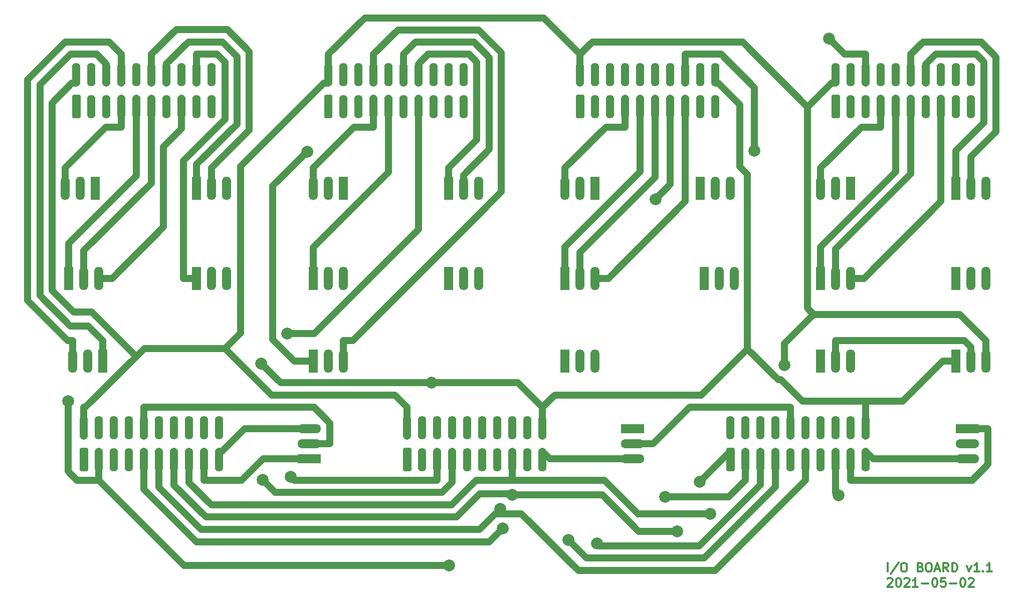
<source format=gbr>
%TF.GenerationSoftware,KiCad,Pcbnew,(5.1.9-0-10_14)*%
%TF.CreationDate,2021-05-08T08:44:35-07:00*%
%TF.ProjectId,io-board-milling,696f2d62-6f61-4726-942d-6d696c6c696e,rev?*%
%TF.SameCoordinates,PX3072580PY791ddc0*%
%TF.FileFunction,Copper,L1,Top*%
%TF.FilePolarity,Positive*%
%FSLAX46Y46*%
G04 Gerber Fmt 4.6, Leading zero omitted, Abs format (unit mm)*
G04 Created by KiCad (PCBNEW (5.1.9-0-10_14)) date 2021-05-08 08:44:35*
%MOMM*%
%LPD*%
G01*
G04 APERTURE LIST*
%TA.AperFunction,NonConductor*%
%ADD10C,0.300000*%
%TD*%
%TA.AperFunction,ComponentPad*%
%ADD11O,1.500000X4.000000*%
%TD*%
%TA.AperFunction,ComponentPad*%
%ADD12R,1.500000X4.000000*%
%TD*%
%TA.AperFunction,ComponentPad*%
%ADD13O,4.000000X1.500000*%
%TD*%
%TA.AperFunction,ComponentPad*%
%ADD14R,4.000000X1.500000*%
%TD*%
%TA.AperFunction,ComponentPad*%
%ADD15O,1.400000X4.000000*%
%TD*%
%TA.AperFunction,ViaPad*%
%ADD16C,2.000000*%
%TD*%
%TA.AperFunction,Conductor*%
%ADD17C,1.143000*%
%TD*%
G04 APERTURE END LIST*
D10*
X150412142Y7581429D02*
X150412142Y9081429D01*
X152197857Y9152858D02*
X150912142Y7224286D01*
X152983571Y9081429D02*
X153269285Y9081429D01*
X153412142Y9010000D01*
X153555000Y8867143D01*
X153626428Y8581429D01*
X153626428Y8081429D01*
X153555000Y7795715D01*
X153412142Y7652858D01*
X153269285Y7581429D01*
X152983571Y7581429D01*
X152840714Y7652858D01*
X152697857Y7795715D01*
X152626428Y8081429D01*
X152626428Y8581429D01*
X152697857Y8867143D01*
X152840714Y9010000D01*
X152983571Y9081429D01*
X155912142Y8367143D02*
X156126428Y8295715D01*
X156197857Y8224286D01*
X156269285Y8081429D01*
X156269285Y7867143D01*
X156197857Y7724286D01*
X156126428Y7652858D01*
X155983571Y7581429D01*
X155412142Y7581429D01*
X155412142Y9081429D01*
X155912142Y9081429D01*
X156055000Y9010000D01*
X156126428Y8938572D01*
X156197857Y8795715D01*
X156197857Y8652858D01*
X156126428Y8510000D01*
X156055000Y8438572D01*
X155912142Y8367143D01*
X155412142Y8367143D01*
X157197857Y9081429D02*
X157483571Y9081429D01*
X157626428Y9010000D01*
X157769285Y8867143D01*
X157840714Y8581429D01*
X157840714Y8081429D01*
X157769285Y7795715D01*
X157626428Y7652858D01*
X157483571Y7581429D01*
X157197857Y7581429D01*
X157055000Y7652858D01*
X156912142Y7795715D01*
X156840714Y8081429D01*
X156840714Y8581429D01*
X156912142Y8867143D01*
X157055000Y9010000D01*
X157197857Y9081429D01*
X158412142Y8010000D02*
X159126428Y8010000D01*
X158269285Y7581429D02*
X158769285Y9081429D01*
X159269285Y7581429D01*
X160626428Y7581429D02*
X160126428Y8295715D01*
X159769285Y7581429D02*
X159769285Y9081429D01*
X160340714Y9081429D01*
X160483571Y9010000D01*
X160555000Y8938572D01*
X160626428Y8795715D01*
X160626428Y8581429D01*
X160555000Y8438572D01*
X160483571Y8367143D01*
X160340714Y8295715D01*
X159769285Y8295715D01*
X161269285Y7581429D02*
X161269285Y9081429D01*
X161626428Y9081429D01*
X161840714Y9010000D01*
X161983571Y8867143D01*
X162055000Y8724286D01*
X162126428Y8438572D01*
X162126428Y8224286D01*
X162055000Y7938572D01*
X161983571Y7795715D01*
X161840714Y7652858D01*
X161626428Y7581429D01*
X161269285Y7581429D01*
X163769285Y8581429D02*
X164126428Y7581429D01*
X164483571Y8581429D01*
X165840714Y7581429D02*
X164983571Y7581429D01*
X165412142Y7581429D02*
X165412142Y9081429D01*
X165269285Y8867143D01*
X165126428Y8724286D01*
X164983571Y8652858D01*
X166483571Y7724286D02*
X166555000Y7652858D01*
X166483571Y7581429D01*
X166412142Y7652858D01*
X166483571Y7724286D01*
X166483571Y7581429D01*
X167983571Y7581429D02*
X167126428Y7581429D01*
X167555000Y7581429D02*
X167555000Y9081429D01*
X167412142Y8867143D01*
X167269285Y8724286D01*
X167126428Y8652858D01*
X150340714Y6388572D02*
X150412142Y6460000D01*
X150555000Y6531429D01*
X150912142Y6531429D01*
X151055000Y6460000D01*
X151126428Y6388572D01*
X151197857Y6245715D01*
X151197857Y6102858D01*
X151126428Y5888572D01*
X150269285Y5031429D01*
X151197857Y5031429D01*
X152126428Y6531429D02*
X152269285Y6531429D01*
X152412142Y6460000D01*
X152483571Y6388572D01*
X152555000Y6245715D01*
X152626428Y5960000D01*
X152626428Y5602858D01*
X152555000Y5317143D01*
X152483571Y5174286D01*
X152412142Y5102858D01*
X152269285Y5031429D01*
X152126428Y5031429D01*
X151983571Y5102858D01*
X151912142Y5174286D01*
X151840714Y5317143D01*
X151769285Y5602858D01*
X151769285Y5960000D01*
X151840714Y6245715D01*
X151912142Y6388572D01*
X151983571Y6460000D01*
X152126428Y6531429D01*
X153197857Y6388572D02*
X153269285Y6460000D01*
X153412142Y6531429D01*
X153769285Y6531429D01*
X153912142Y6460000D01*
X153983571Y6388572D01*
X154055000Y6245715D01*
X154055000Y6102858D01*
X153983571Y5888572D01*
X153126428Y5031429D01*
X154055000Y5031429D01*
X155483571Y5031429D02*
X154626428Y5031429D01*
X155055000Y5031429D02*
X155055000Y6531429D01*
X154912142Y6317143D01*
X154769285Y6174286D01*
X154626428Y6102858D01*
X156126428Y5602858D02*
X157269285Y5602858D01*
X158269285Y6531429D02*
X158412142Y6531429D01*
X158555000Y6460000D01*
X158626428Y6388572D01*
X158697857Y6245715D01*
X158769285Y5960000D01*
X158769285Y5602858D01*
X158697857Y5317143D01*
X158626428Y5174286D01*
X158555000Y5102858D01*
X158412142Y5031429D01*
X158269285Y5031429D01*
X158126428Y5102858D01*
X158055000Y5174286D01*
X157983571Y5317143D01*
X157912142Y5602858D01*
X157912142Y5960000D01*
X157983571Y6245715D01*
X158055000Y6388572D01*
X158126428Y6460000D01*
X158269285Y6531429D01*
X160126428Y6531429D02*
X159412142Y6531429D01*
X159340714Y5817143D01*
X159412142Y5888572D01*
X159555000Y5960000D01*
X159912142Y5960000D01*
X160055000Y5888572D01*
X160126428Y5817143D01*
X160197857Y5674286D01*
X160197857Y5317143D01*
X160126428Y5174286D01*
X160055000Y5102858D01*
X159912142Y5031429D01*
X159555000Y5031429D01*
X159412142Y5102858D01*
X159340714Y5174286D01*
X160840714Y5602858D02*
X161983571Y5602858D01*
X162983571Y6531429D02*
X163126428Y6531429D01*
X163269285Y6460000D01*
X163340714Y6388572D01*
X163412142Y6245715D01*
X163483571Y5960000D01*
X163483571Y5602858D01*
X163412142Y5317143D01*
X163340714Y5174286D01*
X163269285Y5102858D01*
X163126428Y5031429D01*
X162983571Y5031429D01*
X162840714Y5102858D01*
X162769285Y5174286D01*
X162697857Y5317143D01*
X162626428Y5602858D01*
X162626428Y5960000D01*
X162697857Y6245715D01*
X162769285Y6388572D01*
X162840714Y6460000D01*
X162983571Y6531429D01*
X164055000Y6388572D02*
X164126428Y6460000D01*
X164269285Y6531429D01*
X164626428Y6531429D01*
X164769285Y6460000D01*
X164840714Y6388572D01*
X164912142Y6245715D01*
X164912142Y6102858D01*
X164840714Y5888572D01*
X163983571Y5031429D01*
X164912142Y5031429D01*
D11*
%TO.P,J19,3*%
%TO.N,/CH_C_R_IN*%
X100965000Y43180000D03*
%TO.P,J19,2*%
%TO.N,GND*%
X98425000Y43180000D03*
D12*
%TO.P,J19,1*%
%TO.N,/CH_C_L_IN*%
X95885000Y43180000D03*
%TD*%
D13*
%TO.P,J17,3*%
%TO.N,/BUS_B_R_OUT*%
X163830000Y26670000D03*
%TO.P,J17,2*%
%TO.N,GND*%
X163830000Y29210000D03*
D14*
%TO.P,J17,1*%
%TO.N,/BUS_B_L_OUT*%
X163830000Y31750000D03*
%TD*%
D15*
%TO.P,J18,20*%
%TO.N,/-_15V*%
X146685000Y31880000D03*
%TO.P,J18,18*%
%TO.N,Net-(J18-Pad18)*%
X144145000Y31880000D03*
%TO.P,J18,16*%
%TO.N,Net-(J18-Pad16)*%
X141605000Y31880000D03*
%TO.P,J18,14*%
%TO.N,Net-(J18-Pad14)*%
X139065000Y31880000D03*
%TO.P,J18,12*%
%TO.N,Net-(J18-Pad12)*%
X136525000Y31880000D03*
%TO.P,J18,10*%
%TO.N,GND*%
X133985000Y31880000D03*
%TO.P,J18,8*%
%TO.N,Net-(J18-Pad8)*%
X131445000Y31880000D03*
%TO.P,J18,6*%
%TO.N,Net-(J18-Pad6)*%
X128905000Y31880000D03*
%TO.P,J18,4*%
%TO.N,Net-(J18-Pad4)*%
X126365000Y31880000D03*
%TO.P,J18,2*%
%TO.N,/+_15V*%
X123825000Y31880000D03*
%TO.P,J18,19*%
%TO.N,/BUS_B_R_OUT*%
X146685000Y26540000D03*
%TO.P,J18,17*%
%TO.N,/BUS_B_L_OUT*%
X144145000Y26540000D03*
%TO.P,J18,15*%
%TO.N,/CH_D_R_OUT*%
X141605000Y26540000D03*
%TO.P,J18,13*%
%TO.N,/CH_D_L_OUT*%
X139065000Y26540000D03*
%TO.P,J18,11*%
%TO.N,/CH_C_R_OUT*%
X136525000Y26540000D03*
%TO.P,J18,9*%
%TO.N,/CH_C_L_OUT*%
X133985000Y26540000D03*
%TO.P,J18,7*%
%TO.N,/CH_B_R_OUT*%
X131445000Y26540000D03*
%TO.P,J18,5*%
%TO.N,/CH_B_L_OUT*%
X128905000Y26540000D03*
%TO.P,J18,3*%
%TO.N,/CH_A_R_OUT*%
X126365000Y26540000D03*
%TO.P,J18,1*%
%TO.N,/CH_A_L_OUT*%
%TA.AperFunction,ComponentPad*%
G36*
G01*
X124319200Y24540000D02*
X123330800Y24540000D01*
G75*
G02*
X123125000Y24745800I0J205800D01*
G01*
X123125000Y28334200D01*
G75*
G02*
X123330800Y28540000I205800J0D01*
G01*
X124319200Y28540000D01*
G75*
G02*
X124525000Y28334200I0J-205800D01*
G01*
X124525000Y24745800D01*
G75*
G02*
X124319200Y24540000I-205800J0D01*
G01*
G37*
%TD.AperFunction*%
%TD*%
D11*
%TO.P,J15,3*%
%TO.N,/CH_B_R_LEVEL_TERM_B*%
X58420000Y57150000D03*
%TO.P,J15,2*%
%TO.N,/CH_B_R_LEVEL_WIPER*%
X55880000Y57150000D03*
D12*
%TO.P,J15,1*%
%TO.N,/CH_B_R_LEVEL_TERM_A*%
X53340000Y57150000D03*
%TD*%
D11*
%TO.P,J13,3*%
%TO.N,Net-(J13-Pad3)*%
X81280000Y57150000D03*
%TO.P,J13,2*%
%TO.N,/CH_B_R_GAIN_WIPER*%
X78740000Y57150000D03*
D12*
%TO.P,J13,1*%
%TO.N,/CH_B_R_GAIN_TERM_A*%
X76200000Y57150000D03*
%TD*%
D11*
%TO.P,J14,3*%
%TO.N,/CH_B_LEVEL_TERM_B*%
X53340000Y72390000D03*
%TO.P,J14,2*%
%TO.N,/CH_B_L_LEVEL_WIPER*%
X55880000Y72390000D03*
D12*
%TO.P,J14,1*%
%TO.N,/CH_B_L_LEVEL_TERM_A*%
X58420000Y72390000D03*
%TD*%
D11*
%TO.P,J12,3*%
%TO.N,Net-(J12-Pad3)*%
X81280000Y72390000D03*
%TO.P,J12,2*%
%TO.N,/CH_B_L_GAIN_WIPER*%
X78740000Y72390000D03*
D12*
%TO.P,J12,1*%
%TO.N,/CH_B_L_GAIN_TERM_A*%
X76200000Y72390000D03*
%TD*%
D11*
%TO.P,J11,3*%
%TO.N,/CH_B_R_IN*%
X58420000Y43180000D03*
%TO.P,J11,2*%
%TO.N,GND*%
X55880000Y43180000D03*
D12*
%TO.P,J11,1*%
%TO.N,/CH_B_L_IN*%
X53340000Y43180000D03*
%TD*%
D13*
%TO.P,J9,3*%
%TO.N,/BUS_A_R_OUT*%
X107315000Y26670000D03*
%TO.P,J9,2*%
%TO.N,GND*%
X107315000Y29210000D03*
D14*
%TO.P,J9,1*%
%TO.N,/BUS_A_L_OUT*%
X107315000Y31750000D03*
%TD*%
D15*
%TO.P,J10,20*%
%TO.N,/-_15V*%
X92075000Y31880000D03*
%TO.P,J10,18*%
%TO.N,Net-(J10-Pad18)*%
X89535000Y31880000D03*
%TO.P,J10,16*%
%TO.N,Net-(J10-Pad16)*%
X86995000Y31880000D03*
%TO.P,J10,14*%
%TO.N,Net-(J10-Pad14)*%
X84455000Y31880000D03*
%TO.P,J10,12*%
%TO.N,Net-(J10-Pad12)*%
X81915000Y31880000D03*
%TO.P,J10,10*%
%TO.N,GND*%
X79375000Y31880000D03*
%TO.P,J10,8*%
%TO.N,Net-(J10-Pad8)*%
X76835000Y31880000D03*
%TO.P,J10,6*%
%TO.N,Net-(J10-Pad6)*%
X74295000Y31880000D03*
%TO.P,J10,4*%
%TO.N,Net-(J10-Pad4)*%
X71755000Y31880000D03*
%TO.P,J10,2*%
%TO.N,/+_15V*%
X69215000Y31880000D03*
%TO.P,J10,19*%
%TO.N,/BUS_A_R_OUT*%
X92075000Y26540000D03*
%TO.P,J10,17*%
%TO.N,/BUS_A_L_OUT*%
X89535000Y26540000D03*
%TO.P,J10,15*%
%TO.N,/CH_D_R_OUT*%
X86995000Y26540000D03*
%TO.P,J10,13*%
%TO.N,/CH_D_L_OUT*%
X84455000Y26540000D03*
%TO.P,J10,11*%
%TO.N,/CH_C_R_OUT*%
X81915000Y26540000D03*
%TO.P,J10,9*%
%TO.N,/CH_C_L_OUT*%
X79375000Y26540000D03*
%TO.P,J10,7*%
%TO.N,/CH_B_R_OUT*%
X76835000Y26540000D03*
%TO.P,J10,5*%
%TO.N,/CH_B_L_OUT*%
X74295000Y26540000D03*
%TO.P,J10,3*%
%TO.N,/CH_A_R_OUT*%
X71755000Y26540000D03*
%TO.P,J10,1*%
%TO.N,/CH_A_L_OUT*%
%TA.AperFunction,ComponentPad*%
G36*
G01*
X69709200Y24540000D02*
X68720800Y24540000D01*
G75*
G02*
X68515000Y24745800I0J205800D01*
G01*
X68515000Y28334200D01*
G75*
G02*
X68720800Y28540000I205800J0D01*
G01*
X69709200Y28540000D01*
G75*
G02*
X69915000Y28334200I0J-205800D01*
G01*
X69915000Y24745800D01*
G75*
G02*
X69709200Y24540000I-205800J0D01*
G01*
G37*
%TD.AperFunction*%
%TD*%
D11*
%TO.P,J7,3*%
%TO.N,/CH_A_R_LEVEL_TERM_B*%
X17145000Y57150000D03*
%TO.P,J7,2*%
%TO.N,/CH_A_R_LEVEL_WIPER*%
X14605000Y57150000D03*
D12*
%TO.P,J7,1*%
%TO.N,/CH_A_R_LEVEL_TERM_A*%
X12065000Y57150000D03*
%TD*%
D11*
%TO.P,J6,3*%
%TO.N,/CH_A_LEVEL_TERM_B*%
X11430000Y72390000D03*
%TO.P,J6,2*%
%TO.N,/CH_A_L_LEVEL_WIPER*%
X13970000Y72390000D03*
D12*
%TO.P,J6,1*%
%TO.N,/CH_A_L_LEVEL_TERM_A*%
X16510000Y72390000D03*
%TD*%
D11*
%TO.P,J5,3*%
%TO.N,Net-(J5-Pad3)*%
X38735000Y57150000D03*
%TO.P,J5,2*%
%TO.N,/CH_A_R_GAIN_WIPER*%
X36195000Y57150000D03*
D12*
%TO.P,J5,1*%
%TO.N,/CH_A_R_GAIN_TERM_A*%
X33655000Y57150000D03*
%TD*%
D11*
%TO.P,J4,3*%
%TO.N,Net-(J4-Pad3)*%
X38735000Y72390000D03*
%TO.P,J4,2*%
%TO.N,/CH_A_L_GAIN_WIPER*%
X36195000Y72390000D03*
D12*
%TO.P,J4,1*%
%TO.N,/CH_A_L_GAIN_TERM_A*%
X33655000Y72390000D03*
%TD*%
D11*
%TO.P,J3,3*%
%TO.N,/CH_A_R_IN*%
X12700000Y43180000D03*
%TO.P,J3,2*%
%TO.N,GND*%
X15240000Y43180000D03*
D12*
%TO.P,J3,1*%
%TO.N,/CH_A_L_IN*%
X17780000Y43180000D03*
%TD*%
D15*
%TO.P,J2,20*%
%TO.N,/-_15V*%
X37465000Y31880000D03*
%TO.P,J2,18*%
%TO.N,Net-(J2-Pad18)*%
X34925000Y31880000D03*
%TO.P,J2,16*%
%TO.N,Net-(J2-Pad16)*%
X32385000Y31880000D03*
%TO.P,J2,14*%
%TO.N,Net-(J2-Pad14)*%
X29845000Y31880000D03*
%TO.P,J2,12*%
%TO.N,Net-(J2-Pad12)*%
X27305000Y31880000D03*
%TO.P,J2,10*%
%TO.N,GND*%
X24765000Y31880000D03*
%TO.P,J2,8*%
%TO.N,Net-(J2-Pad8)*%
X22225000Y31880000D03*
%TO.P,J2,6*%
%TO.N,Net-(J2-Pad6)*%
X19685000Y31880000D03*
%TO.P,J2,4*%
%TO.N,Net-(J2-Pad4)*%
X17145000Y31880000D03*
%TO.P,J2,2*%
%TO.N,/+_15V*%
X14605000Y31880000D03*
%TO.P,J2,19*%
%TO.N,/ST_R_OUT*%
X37465000Y26540000D03*
%TO.P,J2,17*%
%TO.N,/ST_L_OUT*%
X34925000Y26540000D03*
%TO.P,J2,15*%
%TO.N,/CH_D_R_OUT*%
X32385000Y26540000D03*
%TO.P,J2,13*%
%TO.N,/CH_D_L_OUT*%
X29845000Y26540000D03*
%TO.P,J2,11*%
%TO.N,/CH_C_R_OUT*%
X27305000Y26540000D03*
%TO.P,J2,9*%
%TO.N,/CH_C_L_OUT*%
X24765000Y26540000D03*
%TO.P,J2,7*%
%TO.N,/CH_B_R_OUT*%
X22225000Y26540000D03*
%TO.P,J2,5*%
%TO.N,/CH_B_L_OUT*%
X19685000Y26540000D03*
%TO.P,J2,3*%
%TO.N,/CH_A_R_OUT*%
X17145000Y26540000D03*
%TO.P,J2,1*%
%TO.N,/CH_A_L_OUT*%
%TA.AperFunction,ComponentPad*%
G36*
G01*
X15099200Y24540000D02*
X14110800Y24540000D01*
G75*
G02*
X13905000Y24745800I0J205800D01*
G01*
X13905000Y28334200D01*
G75*
G02*
X14110800Y28540000I205800J0D01*
G01*
X15099200Y28540000D01*
G75*
G02*
X15305000Y28334200I0J-205800D01*
G01*
X15305000Y24745800D01*
G75*
G02*
X15099200Y24540000I-205800J0D01*
G01*
G37*
%TD.AperFunction*%
%TD*%
%TO.P,J16,20*%
%TO.N,/-_15V*%
X78740000Y91570000D03*
%TO.P,J16,18*%
%TO.N,/CH_B_R_GAIN_TERM_A*%
X76200000Y91570000D03*
%TO.P,J16,16*%
%TO.N,/CH_B_R_GAIN_WIPER*%
X73660000Y91570000D03*
%TO.P,J16,14*%
%TO.N,/CH_B_L_GAIN_TERM_A*%
X71120000Y91570000D03*
%TO.P,J16,12*%
%TO.N,/CH_B_L_GAIN_WIPER*%
X68580000Y91570000D03*
%TO.P,J16,10*%
%TO.N,GND*%
X66040000Y91570000D03*
%TO.P,J16,8*%
%TO.N,/CH_B_R_IN*%
X63500000Y91570000D03*
%TO.P,J16,6*%
%TO.N,/CH_B_L_IN*%
X60960000Y91570000D03*
%TO.P,J16,4*%
%TO.N,Net-(J16-Pad4)*%
X58420000Y91570000D03*
%TO.P,J16,2*%
%TO.N,/+_15V*%
X55880000Y91570000D03*
%TO.P,J16,19*%
%TO.N,Net-(J16-Pad19)*%
X78740000Y86230000D03*
%TO.P,J16,17*%
%TO.N,Net-(J16-Pad17)*%
X76200000Y86230000D03*
%TO.P,J16,15*%
%TO.N,/CH_B_R_LEVEL_TERM_B*%
X73660000Y86230000D03*
%TO.P,J16,13*%
%TO.N,/CH_B_R_OUT*%
X71120000Y86230000D03*
%TO.P,J16,11*%
%TO.N,/CH_B_R_LEVEL_WIPER*%
X68580000Y86230000D03*
%TO.P,J16,9*%
%TO.N,/CH_B_R_LEVEL_TERM_A*%
X66040000Y86230000D03*
%TO.P,J16,7*%
%TO.N,/CH_B_LEVEL_TERM_B*%
X63500000Y86230000D03*
%TO.P,J16,5*%
%TO.N,/CH_B_L_OUT*%
X60960000Y86230000D03*
%TO.P,J16,3*%
%TO.N,/CH_B_L_LEVEL_WIPER*%
X58420000Y86230000D03*
%TO.P,J16,1*%
%TO.N,/CH_B_L_LEVEL_TERM_A*%
%TA.AperFunction,ComponentPad*%
G36*
G01*
X56374200Y84230000D02*
X55385800Y84230000D01*
G75*
G02*
X55180000Y84435800I0J205800D01*
G01*
X55180000Y88024200D01*
G75*
G02*
X55385800Y88230000I205800J0D01*
G01*
X56374200Y88230000D01*
G75*
G02*
X56580000Y88024200I0J-205800D01*
G01*
X56580000Y84435800D01*
G75*
G02*
X56374200Y84230000I-205800J0D01*
G01*
G37*
%TD.AperFunction*%
%TD*%
%TO.P,Jr,20*%
%TO.N,/-_15V*%
X36195000Y91570000D03*
%TO.P,Jr,18*%
%TO.N,/CH_A_R_GAIN_TERM_A*%
X33655000Y91570000D03*
%TO.P,Jr,16*%
%TO.N,/CH_A_R_GAIN_WIPER*%
X31115000Y91570000D03*
%TO.P,Jr,14*%
%TO.N,/CH_A_L_GAIN_TERM_A*%
X28575000Y91570000D03*
%TO.P,Jr,12*%
%TO.N,/CH_A_L_GAIN_WIPER*%
X26035000Y91570000D03*
%TO.P,Jr,10*%
%TO.N,GND*%
X23495000Y91570000D03*
%TO.P,Jr,8*%
%TO.N,/CH_A_R_IN*%
X20955000Y91570000D03*
%TO.P,Jr,6*%
%TO.N,/CH_A_L_IN*%
X18415000Y91570000D03*
%TO.P,Jr,4*%
%TO.N,Net-(J8-Pad4)*%
X15875000Y91570000D03*
%TO.P,Jr,2*%
%TO.N,/+_15V*%
X13335000Y91570000D03*
%TO.P,Jr,19*%
%TO.N,Net-(J8-Pad19)*%
X36195000Y86230000D03*
%TO.P,Jr,17*%
%TO.N,Net-(J8-Pad17)*%
X33655000Y86230000D03*
%TO.P,Jr,15*%
%TO.N,/CH_A_R_LEVEL_TERM_B*%
X31115000Y86230000D03*
%TO.P,Jr,13*%
%TO.N,/CH_A_R_OUT*%
X28575000Y86230000D03*
%TO.P,Jr,11*%
%TO.N,/CH_A_R_LEVEL_WIPER*%
X26035000Y86230000D03*
%TO.P,Jr,9*%
%TO.N,/CH_A_R_LEVEL_TERM_A*%
X23495000Y86230000D03*
%TO.P,Jr,7*%
%TO.N,/CH_A_LEVEL_TERM_B*%
X20955000Y86230000D03*
%TO.P,Jr,5*%
%TO.N,/CH_A_L_OUT*%
X18415000Y86230000D03*
%TO.P,Jr,3*%
%TO.N,/CH_A_L_LEVEL_WIPER*%
X15875000Y86230000D03*
%TO.P,Jr,1*%
%TO.N,/CH_A_L_LEVEL_TERM_A*%
%TA.AperFunction,ComponentPad*%
G36*
G01*
X13829200Y84230000D02*
X12840800Y84230000D01*
G75*
G02*
X12635000Y84435800I0J205800D01*
G01*
X12635000Y88024200D01*
G75*
G02*
X12840800Y88230000I205800J0D01*
G01*
X13829200Y88230000D01*
G75*
G02*
X14035000Y88024200I0J-205800D01*
G01*
X14035000Y84435800D01*
G75*
G02*
X13829200Y84230000I-205800J0D01*
G01*
G37*
%TD.AperFunction*%
%TD*%
D13*
%TO.P,J1,3*%
%TO.N,/ST_R_OUT*%
X52705000Y31750000D03*
%TO.P,J1,2*%
%TO.N,GND*%
X52705000Y29210000D03*
D14*
%TO.P,J1,1*%
%TO.N,/ST_L_OUT*%
X52705000Y26670000D03*
%TD*%
D11*
%TO.P,J20,3*%
%TO.N,Net-(J20-Pad3)*%
X123825000Y72390000D03*
%TO.P,J20,2*%
%TO.N,/CH_C_L_GAIN_WIPER*%
X121285000Y72390000D03*
D12*
%TO.P,J20,1*%
%TO.N,/CH_C_L_GAIN_TERM_A*%
X118745000Y72390000D03*
%TD*%
D11*
%TO.P,J21,3*%
%TO.N,Net-(J21-Pad3)*%
X124460000Y57150000D03*
%TO.P,J21,2*%
%TO.N,/CH_C_R_GAIN_WIPER*%
X121920000Y57150000D03*
D12*
%TO.P,J21,1*%
%TO.N,/CH_C_R_GAIN_TERM_A*%
X119380000Y57150000D03*
%TD*%
D11*
%TO.P,J22,3*%
%TO.N,/CH_C_LEVEL_TERM_B*%
X95885000Y72390000D03*
%TO.P,J22,2*%
%TO.N,/CH_C_L_LEVEL_WIPER*%
X98425000Y72390000D03*
D12*
%TO.P,J22,1*%
%TO.N,/CH_C_L_LEVEL_TERM_A*%
X100965000Y72390000D03*
%TD*%
D11*
%TO.P,J23,3*%
%TO.N,/CH_C_R_LEVEL_TERM_B*%
X100965000Y57150000D03*
%TO.P,J23,2*%
%TO.N,/CH_C_R_LEVEL_WIPER*%
X98425000Y57150000D03*
D12*
%TO.P,J23,1*%
%TO.N,/CH_C_R_LEVEL_TERM_A*%
X95885000Y57150000D03*
%TD*%
D15*
%TO.P,J24,20*%
%TO.N,/-_15V*%
X121285000Y91570000D03*
%TO.P,J24,18*%
%TO.N,/CH_C_R_GAIN_TERM_A*%
X118745000Y91570000D03*
%TO.P,J24,16*%
%TO.N,/CH_C_R_GAIN_WIPER*%
X116205000Y91570000D03*
%TO.P,J24,14*%
%TO.N,/CH_C_L_GAIN_TERM_A*%
X113665000Y91570000D03*
%TO.P,J24,12*%
%TO.N,/CH_C_L_GAIN_WIPER*%
X111125000Y91570000D03*
%TO.P,J24,10*%
%TO.N,GND*%
X108585000Y91570000D03*
%TO.P,J24,8*%
%TO.N,/CH_C_R_IN*%
X106045000Y91570000D03*
%TO.P,J24,6*%
%TO.N,/CH_C_L_IN*%
X103505000Y91570000D03*
%TO.P,J24,4*%
%TO.N,Net-(J24-Pad4)*%
X100965000Y91570000D03*
%TO.P,J24,2*%
%TO.N,/+_15V*%
X98425000Y91570000D03*
%TO.P,J24,19*%
%TO.N,Net-(J24-Pad19)*%
X121285000Y86230000D03*
%TO.P,J24,17*%
%TO.N,Net-(J24-Pad17)*%
X118745000Y86230000D03*
%TO.P,J24,15*%
%TO.N,/CH_C_R_LEVEL_TERM_B*%
X116205000Y86230000D03*
%TO.P,J24,13*%
%TO.N,/CH_C_R_OUT*%
X113665000Y86230000D03*
%TO.P,J24,11*%
%TO.N,/CH_C_R_LEVEL_WIPER*%
X111125000Y86230000D03*
%TO.P,J24,9*%
%TO.N,/CH_C_R_LEVEL_TERM_A*%
X108585000Y86230000D03*
%TO.P,J24,7*%
%TO.N,/CH_C_LEVEL_TERM_B*%
X106045000Y86230000D03*
%TO.P,J24,5*%
%TO.N,/CH_C_L_OUT*%
X103505000Y86230000D03*
%TO.P,J24,3*%
%TO.N,/CH_C_L_LEVEL_WIPER*%
X100965000Y86230000D03*
%TO.P,J24,1*%
%TO.N,/CH_C_L_LEVEL_TERM_A*%
%TA.AperFunction,ComponentPad*%
G36*
G01*
X98919200Y84230000D02*
X97930800Y84230000D01*
G75*
G02*
X97725000Y84435800I0J205800D01*
G01*
X97725000Y88024200D01*
G75*
G02*
X97930800Y88230000I205800J0D01*
G01*
X98919200Y88230000D01*
G75*
G02*
X99125000Y88024200I0J-205800D01*
G01*
X99125000Y84435800D01*
G75*
G02*
X98919200Y84230000I-205800J0D01*
G01*
G37*
%TD.AperFunction*%
%TD*%
D11*
%TO.P,J25,3*%
%TO.N,/CH_D_R_IN*%
X144145000Y43180000D03*
%TO.P,J25,2*%
%TO.N,GND*%
X141605000Y43180000D03*
D12*
%TO.P,J25,1*%
%TO.N,/CH_D_L_IN*%
X139065000Y43180000D03*
%TD*%
D11*
%TO.P,J26,3*%
%TO.N,Net-(J26-Pad3)*%
X167005000Y72390000D03*
%TO.P,J26,2*%
%TO.N,/CH_D_L_GAIN_WIPER*%
X164465000Y72390000D03*
D12*
%TO.P,J26,1*%
%TO.N,/CH_D_L_GAIN_TERM_A*%
X161925000Y72390000D03*
%TD*%
D11*
%TO.P,J27,3*%
%TO.N,Net-(J27-Pad3)*%
X167005000Y57150000D03*
%TO.P,J27,2*%
%TO.N,/CH_D_R_GAIN_WIPER*%
X164465000Y57150000D03*
D12*
%TO.P,J27,1*%
%TO.N,/CH_D_R_GAIN_TERM_A*%
X161925000Y57150000D03*
%TD*%
D11*
%TO.P,J28,3*%
%TO.N,/CH_D_LEVEL_TERM_B*%
X139065000Y72390000D03*
%TO.P,J28,2*%
%TO.N,/CH_D_L_LEVEL_WIPER*%
X141605000Y72390000D03*
D12*
%TO.P,J28,1*%
%TO.N,/CH_D_L_LEVEL_TERM_A*%
X144145000Y72390000D03*
%TD*%
D11*
%TO.P,J29,3*%
%TO.N,/CH_D_R_LEVEL_TERM_B*%
X144145000Y57150000D03*
%TO.P,J29,2*%
%TO.N,/CH_D_R_LEVEL_WIPER*%
X141605000Y57150000D03*
D12*
%TO.P,J29,1*%
%TO.N,/CH_D_R_LEVEL_TERM_A*%
X139065000Y57150000D03*
%TD*%
D15*
%TO.P,J30,20*%
%TO.N,/-_15V*%
X164465000Y91570000D03*
%TO.P,J30,18*%
%TO.N,/CH_D_R_GAIN_TERM_A*%
X161925000Y91570000D03*
%TO.P,J30,16*%
%TO.N,/CH_D_R_GAIN_WIPER*%
X159385000Y91570000D03*
%TO.P,J30,14*%
%TO.N,/CH_D_L_GAIN_TERM_A*%
X156845000Y91570000D03*
%TO.P,J30,12*%
%TO.N,/CH_D_L_GAIN_WIPER*%
X154305000Y91570000D03*
%TO.P,J30,10*%
%TO.N,GND*%
X151765000Y91570000D03*
%TO.P,J30,8*%
%TO.N,/CH_D_R_IN*%
X149225000Y91570000D03*
%TO.P,J30,6*%
%TO.N,/CH_D_L_IN*%
X146685000Y91570000D03*
%TO.P,J30,4*%
%TO.N,Net-(J30-Pad4)*%
X144145000Y91570000D03*
%TO.P,J30,2*%
%TO.N,/+_15V*%
X141605000Y91570000D03*
%TO.P,J30,19*%
%TO.N,Net-(J30-Pad19)*%
X164465000Y86230000D03*
%TO.P,J30,17*%
%TO.N,Net-(J30-Pad17)*%
X161925000Y86230000D03*
%TO.P,J30,15*%
%TO.N,/CH_D_R_LEVEL_TERM_B*%
X159385000Y86230000D03*
%TO.P,J30,13*%
%TO.N,/CH_D_R_OUT*%
X156845000Y86230000D03*
%TO.P,J30,11*%
%TO.N,/CH_D_R_LEVEL_WIPER*%
X154305000Y86230000D03*
%TO.P,J30,9*%
%TO.N,/CH_D_R_LEVEL_TERM_A*%
X151765000Y86230000D03*
%TO.P,J30,7*%
%TO.N,/CH_D_LEVEL_TERM_B*%
X149225000Y86230000D03*
%TO.P,J30,5*%
%TO.N,/CH_D_L_OUT*%
X146685000Y86230000D03*
%TO.P,J30,3*%
%TO.N,/CH_D_L_LEVEL_WIPER*%
X144145000Y86230000D03*
%TO.P,J30,1*%
%TO.N,/CH_D_L_LEVEL_TERM_A*%
%TA.AperFunction,ComponentPad*%
G36*
G01*
X142099200Y84230000D02*
X141110800Y84230000D01*
G75*
G02*
X140905000Y84435800I0J205800D01*
G01*
X140905000Y88024200D01*
G75*
G02*
X141110800Y88230000I205800J0D01*
G01*
X142099200Y88230000D01*
G75*
G02*
X142305000Y88024200I0J-205800D01*
G01*
X142305000Y84435800D01*
G75*
G02*
X142099200Y84230000I-205800J0D01*
G01*
G37*
%TD.AperFunction*%
%TD*%
D11*
%TO.P,J31,3*%
%TO.N,/+_15V*%
X167005000Y43180000D03*
%TO.P,J31,2*%
%TO.N,GND*%
X164465000Y43180000D03*
D12*
%TO.P,J31,1*%
%TO.N,/-_15V*%
X161925000Y43180000D03*
%TD*%
D16*
%TO.N,/CH_A_L_OUT*%
X118663200Y22778200D03*
%TO.N,/CH_B_L_OUT*%
X49574700Y23620000D03*
X101296800Y12374200D03*
%TO.N,/CH_C_L_OUT*%
X85312100Y14895300D03*
%TO.N,/CH_D_L_OUT*%
X114810300Y14435900D03*
X86980200Y20543200D03*
%TO.N,/-_15V*%
X44553700Y42772800D03*
X73297300Y39503300D03*
%TO.N,/CH_A_R_OUT*%
X11911200Y36413000D03*
X112745800Y20201600D03*
X76309600Y8640000D03*
%TO.N,/CH_B_R_OUT*%
X48977200Y47837100D03*
X44765000Y23082700D03*
X96443300Y12936900D03*
%TO.N,/CH_C_R_OUT*%
X84895900Y18239000D03*
X111172500Y70536200D03*
%TO.N,/CH_D_R_OUT*%
X120428300Y17385200D03*
X142032200Y20481100D03*
%TO.N,/+_15V*%
X132912900Y42514200D03*
%TO.N,/CH_B_L_IN*%
X52316100Y78607100D03*
%TO.N,/CH_C_R_GAIN_WIPER*%
X127880100Y78705400D03*
%TO.N,/CH_D_L_IN*%
X140445900Y97671500D03*
%TD*%
D17*
%TO.N,/ST_L_OUT*%
X49233400Y26670000D02*
X44857000Y26670000D01*
X44857000Y26670000D02*
X41255400Y23068400D01*
X41255400Y23068400D02*
X34925000Y23068400D01*
X52705000Y26670000D02*
X49233400Y26670000D01*
X34925000Y27940000D02*
X34925000Y23068400D01*
%TO.N,GND*%
X24765000Y35351600D02*
X53506300Y35351600D01*
X53506300Y35351600D02*
X56176600Y32681300D01*
X56176600Y32681300D02*
X56176600Y29210000D01*
X24765000Y30480000D02*
X24765000Y35351600D01*
X52705000Y29210000D02*
X56176600Y29210000D01*
X141605000Y43180000D02*
X141605000Y46651600D01*
X141605000Y46651600D02*
X163335000Y46651600D01*
X163335000Y46651600D02*
X164465000Y45521600D01*
X164465000Y45521600D02*
X164465000Y43180000D01*
X133985000Y30480000D02*
X133985000Y35351600D01*
X107315000Y29210000D02*
X110786600Y29210000D01*
X110786600Y29210000D02*
X116928200Y35351600D01*
X116928200Y35351600D02*
X133985000Y35351600D01*
%TO.N,/ST_R_OUT*%
X37465000Y27940000D02*
X37950000Y27940000D01*
X37950000Y27940000D02*
X41760000Y31750000D01*
X41760000Y31750000D02*
X52705000Y31750000D01*
%TO.N,/CH_A_L_OUT*%
X123825000Y27940000D02*
X118663200Y22778200D01*
%TO.N,/CH_B_L_OUT*%
X101296800Y12374200D02*
X101706700Y11964300D01*
X101706700Y11964300D02*
X118576500Y11964300D01*
X118576500Y11964300D02*
X128905000Y22292800D01*
X128905000Y22292800D02*
X128905000Y27940000D01*
X74295000Y27940000D02*
X74295000Y23068400D01*
X49574700Y23620000D02*
X50168100Y23026600D01*
X50168100Y23026600D02*
X74253200Y23026600D01*
X74253200Y23026600D02*
X74295000Y23068400D01*
%TO.N,/CH_C_L_OUT*%
X24765000Y27940000D02*
X24765000Y21477500D01*
X24765000Y21477500D02*
X33586700Y12655800D01*
X33586700Y12655800D02*
X83072600Y12655800D01*
X83072600Y12655800D02*
X85312100Y14895300D01*
%TO.N,/CH_D_L_OUT*%
X114810300Y14435900D02*
X108283200Y14435900D01*
X108283200Y14435900D02*
X102175900Y20543200D01*
X102175900Y20543200D02*
X86980200Y20543200D01*
X29845000Y27940000D02*
X29845000Y22220200D01*
X29845000Y22220200D02*
X35241000Y16824200D01*
X35241000Y16824200D02*
X77539600Y16824200D01*
X77539600Y16824200D02*
X81426000Y20710600D01*
X81426000Y20710600D02*
X86812800Y20710600D01*
X86812800Y20710600D02*
X86980200Y20543200D01*
%TO.N,/-_15V*%
X73297300Y39503300D02*
X87923300Y39503300D01*
X87923300Y39503300D02*
X92075000Y35351600D01*
X44553700Y42772800D02*
X47823200Y39503300D01*
X47823200Y39503300D02*
X73297300Y39503300D01*
X126681700Y45250100D02*
X131889200Y40042600D01*
X131889200Y40042600D02*
X132315300Y40042600D01*
X132315300Y40042600D02*
X135972500Y36385400D01*
X135972500Y36385400D02*
X146685000Y36385400D01*
X121285000Y90170000D02*
X121734100Y90170000D01*
X121734100Y90170000D02*
X125408500Y86495600D01*
X125408500Y86495600D02*
X125408500Y76040700D01*
X125408500Y76040700D02*
X126681700Y74767500D01*
X126681700Y74767500D02*
X126681700Y45250100D01*
X126681700Y45250100D02*
X118891500Y37459900D01*
X118891500Y37459900D02*
X94183300Y37459900D01*
X94183300Y37459900D02*
X92075000Y35351600D01*
X92075000Y30480000D02*
X92075000Y35351600D01*
X161925000Y43180000D02*
X159703400Y43180000D01*
X146685000Y36385400D02*
X152908800Y36385400D01*
X152908800Y36385400D02*
X159703400Y43180000D01*
X146685000Y36385400D02*
X146685000Y35351600D01*
X146685000Y30480000D02*
X146685000Y35351600D01*
%TO.N,/CH_A_R_OUT*%
X17145000Y23017500D02*
X31522500Y8640000D01*
X31522500Y8640000D02*
X76309600Y8640000D01*
X17145000Y23068400D02*
X17145000Y23017500D01*
X11911200Y36413000D02*
X11911200Y24518600D01*
X11911200Y24518600D02*
X13412300Y23017500D01*
X13412300Y23017500D02*
X17145000Y23017500D01*
X126365000Y23068400D02*
X123498200Y20201600D01*
X123498200Y20201600D02*
X112745800Y20201600D01*
X126365000Y27940000D02*
X126365000Y23068400D01*
X17145000Y27940000D02*
X17145000Y23068400D01*
%TO.N,/CH_B_R_OUT*%
X71120000Y87630000D02*
X71120000Y65415100D01*
X71120000Y65415100D02*
X53542000Y47837100D01*
X53542000Y47837100D02*
X48977200Y47837100D01*
X44765000Y23082700D02*
X46882700Y20965000D01*
X46882700Y20965000D02*
X75122900Y20965000D01*
X75122900Y20965000D02*
X76835000Y22677100D01*
X76835000Y22677100D02*
X76835000Y27940000D01*
X96443300Y12936900D02*
X99500800Y9879400D01*
X99500800Y9879400D02*
X119399700Y9879400D01*
X119399700Y9879400D02*
X131445000Y21924700D01*
X131445000Y21924700D02*
X131445000Y23068400D01*
X131445000Y27940000D02*
X131445000Y23068400D01*
%TO.N,/CH_C_R_OUT*%
X27305000Y27940000D02*
X27305000Y21860700D01*
X27305000Y21860700D02*
X34409600Y14756100D01*
X34409600Y14756100D02*
X81413000Y14756100D01*
X81413000Y14756100D02*
X84051700Y17394800D01*
X84051700Y17394800D02*
X84895900Y17394800D01*
X84895900Y17394800D02*
X88476200Y17394800D01*
X88476200Y17394800D02*
X98098800Y7772200D01*
X98098800Y7772200D02*
X121228800Y7772200D01*
X121228800Y7772200D02*
X136525000Y23068400D01*
X84895900Y18239000D02*
X84895900Y17394800D01*
X136525000Y27940000D02*
X136525000Y23068400D01*
X113665000Y82758400D02*
X113665000Y73028700D01*
X113665000Y73028700D02*
X111172500Y70536200D01*
X113665000Y87630000D02*
X113665000Y82758400D01*
%TO.N,/CH_D_R_OUT*%
X120428300Y17385200D02*
X108223400Y17385200D01*
X108223400Y17385200D02*
X102540200Y23068400D01*
X102540200Y23068400D02*
X86995000Y23068400D01*
X32385000Y23068400D02*
X32385000Y22650600D01*
X32385000Y22650600D02*
X36118600Y18917000D01*
X36118600Y18917000D02*
X76743100Y18917000D01*
X76743100Y18917000D02*
X80894500Y23068400D01*
X80894500Y23068400D02*
X86995000Y23068400D01*
X32385000Y27940000D02*
X32385000Y23068400D01*
X141605000Y23068400D02*
X141605000Y20908300D01*
X141605000Y20908300D02*
X142032200Y20481100D01*
X86995000Y27940000D02*
X86995000Y23068400D01*
X141605000Y27940000D02*
X141605000Y23068400D01*
%TO.N,/+_15V*%
X23430400Y43972000D02*
X14810000Y35351600D01*
X14810000Y35351600D02*
X14605000Y35351600D01*
X38451500Y45323200D02*
X24781600Y45323200D01*
X24781600Y45323200D02*
X23430400Y43972000D01*
X13335000Y90170000D02*
X12572700Y90170000D01*
X12572700Y90170000D02*
X9205800Y86803100D01*
X9205800Y86803100D02*
X9205800Y55127300D01*
X9205800Y55127300D02*
X12870500Y51462600D01*
X12870500Y51462600D02*
X15939800Y51462600D01*
X15939800Y51462600D02*
X23430400Y43972000D01*
X38451500Y45323200D02*
X46314600Y37460100D01*
X46314600Y37460100D02*
X67106500Y37460100D01*
X67106500Y37460100D02*
X69215000Y35351600D01*
X55880000Y90170000D02*
X55155700Y90170000D01*
X55155700Y90170000D02*
X41077800Y76092100D01*
X41077800Y76092100D02*
X41077800Y47949500D01*
X41077800Y47949500D02*
X38451500Y45323200D01*
X14605000Y30480000D02*
X14605000Y35351600D01*
X98425000Y95041600D02*
X92253900Y101212700D01*
X92253900Y101212700D02*
X62051100Y101212700D01*
X62051100Y101212700D02*
X55880000Y95041600D01*
X55880000Y90170000D02*
X55880000Y95041600D01*
X136843300Y86134500D02*
X125883900Y97093900D01*
X125883900Y97093900D02*
X100477300Y97093900D01*
X100477300Y97093900D02*
X98425000Y95041600D01*
X136843300Y86134500D02*
X140878800Y90170000D01*
X140878800Y90170000D02*
X141605000Y90170000D01*
X137865000Y51097700D02*
X136843300Y52119400D01*
X136843300Y52119400D02*
X136843300Y86134500D01*
X98425000Y90170000D02*
X98425000Y95041600D01*
X69215000Y30480000D02*
X69215000Y35351600D01*
X137865000Y51097700D02*
X132912900Y46145600D01*
X132912900Y46145600D02*
X132912900Y42514200D01*
X167005000Y46651600D02*
X162558900Y51097700D01*
X162558900Y51097700D02*
X137865000Y51097700D01*
X167005000Y43180000D02*
X167005000Y46651600D01*
%TO.N,/CH_A_R_IN*%
X20955000Y95041600D02*
X18888800Y97107800D01*
X18888800Y97107800D02*
X11449400Y97107800D01*
X11449400Y97107800D02*
X5117200Y90775600D01*
X5117200Y90775600D02*
X5117200Y53427900D01*
X5117200Y53427900D02*
X11893500Y46651600D01*
X11893500Y46651600D02*
X12700000Y46651600D01*
X20955000Y90170000D02*
X20955000Y95041600D01*
X12700000Y43180000D02*
X12700000Y46651600D01*
%TO.N,/CH_A_L_IN*%
X18415000Y90170000D02*
X18415000Y93401100D01*
X18415000Y93401100D02*
X16772300Y95043800D01*
X16772300Y95043800D02*
X12325400Y95043800D01*
X12325400Y95043800D02*
X7162600Y89881000D01*
X7162600Y89881000D02*
X7162600Y54280900D01*
X7162600Y54280900D02*
X12300000Y49143500D01*
X12300000Y49143500D02*
X15288100Y49143500D01*
X15288100Y49143500D02*
X17780000Y46651600D01*
X17780000Y43180000D02*
X17780000Y46651600D01*
%TO.N,/CH_A_L_GAIN_TERM_A*%
X28575000Y90170000D02*
X28575000Y93434000D01*
X28575000Y93434000D02*
X32236800Y97095800D01*
X32236800Y97095800D02*
X38023800Y97095800D01*
X38023800Y97095800D02*
X40464100Y94655500D01*
X40464100Y94655500D02*
X40464100Y83229800D01*
X40464100Y83229800D02*
X33655000Y76420700D01*
X33655000Y76420700D02*
X33655000Y72390000D01*
%TO.N,/CH_A_L_GAIN_WIPER*%
X36195000Y72390000D02*
X36195000Y75861600D01*
X36195000Y75861600D02*
X42524700Y82191300D01*
X42524700Y82191300D02*
X42524700Y95498200D01*
X42524700Y95498200D02*
X38828400Y99194500D01*
X38828400Y99194500D02*
X30187900Y99194500D01*
X30187900Y99194500D02*
X26035000Y95041600D01*
X26035000Y90170000D02*
X26035000Y95041600D01*
%TO.N,/CH_A_R_GAIN_TERM_A*%
X33655000Y57150000D02*
X31433400Y57150000D01*
X33655000Y90170000D02*
X33655000Y95041600D01*
X33655000Y95041600D02*
X37100800Y95041600D01*
X37100800Y95041600D02*
X38403400Y93739000D01*
X38403400Y93739000D02*
X38403400Y84058600D01*
X38403400Y84058600D02*
X31433400Y77088600D01*
X31433400Y77088600D02*
X31433400Y57150000D01*
%TO.N,/CH_A_LEVEL_TERM_B*%
X11430000Y72390000D02*
X11430000Y75861600D01*
X20955000Y87630000D02*
X20955000Y82758400D01*
X20955000Y82758400D02*
X18326800Y82758400D01*
X18326800Y82758400D02*
X11430000Y75861600D01*
%TO.N,/CH_A_R_LEVEL_TERM_B*%
X19366600Y57150000D02*
X28050100Y65833500D01*
X28050100Y65833500D02*
X28050100Y79382000D01*
X28050100Y79382000D02*
X31115000Y82446900D01*
X31115000Y82446900D02*
X31115000Y87630000D01*
X17145000Y57150000D02*
X19366600Y57150000D01*
%TO.N,/CH_A_R_LEVEL_WIPER*%
X26035000Y87630000D02*
X26035000Y82758400D01*
X26035000Y82758400D02*
X26006900Y82730300D01*
X26006900Y82730300D02*
X26006900Y73272400D01*
X26006900Y73272400D02*
X14605000Y61870500D01*
X14605000Y61870500D02*
X14605000Y57150000D01*
%TO.N,/CH_A_R_LEVEL_TERM_A*%
X23495000Y87630000D02*
X23495000Y74475000D01*
X23495000Y74475000D02*
X12065000Y63045000D01*
X12065000Y63045000D02*
X12065000Y57150000D01*
%TO.N,/BUS_A_R_OUT*%
X92075000Y27940000D02*
X93345000Y26670000D01*
X93345000Y26670000D02*
X107315000Y26670000D01*
%TO.N,/CH_B_R_IN*%
X58420000Y43180000D02*
X58420000Y46651600D01*
X63500000Y90170000D02*
X63500000Y95041600D01*
X63500000Y95041600D02*
X67627900Y99169500D01*
X67627900Y99169500D02*
X81298300Y99169500D01*
X81298300Y99169500D02*
X85120200Y95347600D01*
X85120200Y95347600D02*
X85120200Y71776600D01*
X85120200Y71776600D02*
X59995200Y46651600D01*
X59995200Y46651600D02*
X58420000Y46651600D01*
%TO.N,/CH_B_L_IN*%
X52316100Y78607100D02*
X46505600Y72796600D01*
X46505600Y72796600D02*
X46505600Y46813400D01*
X46505600Y46813400D02*
X50139000Y43180000D01*
X50139000Y43180000D02*
X51118400Y43180000D01*
X53340000Y43180000D02*
X51118400Y43180000D01*
%TO.N,/CH_B_L_GAIN_WIPER*%
X68580000Y95041600D02*
X70623100Y97084700D01*
X70623100Y97084700D02*
X80490300Y97084700D01*
X80490300Y97084700D02*
X83071200Y94503800D01*
X83071200Y94503800D02*
X83071200Y78958600D01*
X83071200Y78958600D02*
X78740000Y74627400D01*
X78740000Y74627400D02*
X78740000Y72390000D01*
X68580000Y90170000D02*
X68580000Y95041600D01*
%TO.N,/CH_B_L_GAIN_TERM_A*%
X71120000Y90170000D02*
X71120000Y93403700D01*
X71120000Y93403700D02*
X72757900Y95041600D01*
X72757900Y95041600D02*
X79644100Y95041600D01*
X79644100Y95041600D02*
X80973000Y93712700D01*
X80973000Y93712700D02*
X80973000Y80634600D01*
X80973000Y80634600D02*
X76200000Y75861600D01*
X76200000Y72390000D02*
X76200000Y75861600D01*
%TO.N,/CH_B_LEVEL_TERM_B*%
X53340000Y72390000D02*
X53340000Y75861600D01*
X63500000Y87630000D02*
X63500000Y82758400D01*
X63500000Y82758400D02*
X60236800Y82758400D01*
X60236800Y82758400D02*
X53340000Y75861600D01*
%TO.N,/CH_B_R_LEVEL_TERM_A*%
X66040000Y87630000D02*
X66040000Y75075600D01*
X66040000Y75075600D02*
X53340000Y62375600D01*
X53340000Y62375600D02*
X53340000Y57150000D01*
%TO.N,/BUS_B_R_OUT*%
X146685000Y27940000D02*
X147955000Y26670000D01*
X147955000Y26670000D02*
X163830000Y26670000D01*
%TO.N,/BUS_B_L_OUT*%
X163830000Y31750000D02*
X167301600Y31750000D01*
X144145000Y27940000D02*
X144145000Y23068400D01*
X144145000Y23068400D02*
X164651300Y23068400D01*
X164651300Y23068400D02*
X167301600Y25718700D01*
X167301600Y25718700D02*
X167301600Y31750000D01*
%TO.N,/CH_C_R_GAIN_WIPER*%
X116205000Y95041600D02*
X122267600Y95041600D01*
X122267600Y95041600D02*
X127880100Y89429100D01*
X127880100Y89429100D02*
X127880100Y78705400D01*
X116205000Y90170000D02*
X116205000Y95041600D01*
%TO.N,/CH_C_LEVEL_TERM_B*%
X95885000Y72390000D02*
X95885000Y75861600D01*
X106045000Y87630000D02*
X106045000Y82758400D01*
X106045000Y82758400D02*
X102781800Y82758400D01*
X102781800Y82758400D02*
X95885000Y75861600D01*
%TO.N,/CH_C_R_LEVEL_TERM_A*%
X108585000Y87630000D02*
X108585000Y75151700D01*
X108585000Y75151700D02*
X95885000Y62451700D01*
X95885000Y62451700D02*
X95885000Y57150000D01*
%TO.N,/CH_C_R_LEVEL_WIPER*%
X111125000Y87630000D02*
X111125000Y74273800D01*
X111125000Y74273800D02*
X98425000Y61573800D01*
X98425000Y61573800D02*
X98425000Y57150000D01*
%TO.N,/CH_C_R_LEVEL_TERM_B*%
X100965000Y57150000D02*
X103186600Y57150000D01*
X116205000Y87630000D02*
X116205000Y70168400D01*
X116205000Y70168400D02*
X103186600Y57150000D01*
%TO.N,/CH_D_L_IN*%
X146685000Y95041600D02*
X143075800Y95041600D01*
X143075800Y95041600D02*
X140445900Y97671500D01*
X146685000Y90170000D02*
X146685000Y95041600D01*
%TO.N,/CH_D_L_GAIN_WIPER*%
X164465000Y72390000D02*
X164465000Y77701000D01*
X164465000Y77701000D02*
X168701700Y81937700D01*
X168701700Y81937700D02*
X168701700Y94602400D01*
X168701700Y94602400D02*
X166219400Y97084700D01*
X166219400Y97084700D02*
X156348100Y97084700D01*
X156348100Y97084700D02*
X154305000Y95041600D01*
X154305000Y90170000D02*
X154305000Y95041600D01*
%TO.N,/CH_D_L_GAIN_TERM_A*%
X156845000Y90170000D02*
X156845000Y93403700D01*
X156845000Y93403700D02*
X158482900Y95041600D01*
X158482900Y95041600D02*
X165373200Y95041600D01*
X165373200Y95041600D02*
X166658600Y93756200D01*
X166658600Y93756200D02*
X166658600Y83481900D01*
X166658600Y83481900D02*
X161925000Y78748300D01*
X161925000Y78748300D02*
X161925000Y72390000D01*
%TO.N,/CH_D_LEVEL_TERM_B*%
X139065000Y72390000D02*
X139065000Y75861600D01*
X149225000Y87630000D02*
X149225000Y82758400D01*
X149225000Y82758400D02*
X145961800Y82758400D01*
X145961800Y82758400D02*
X139065000Y75861600D01*
%TO.N,/CH_D_R_LEVEL_TERM_A*%
X151765000Y87630000D02*
X151765000Y75167400D01*
X151765000Y75167400D02*
X139065000Y62467400D01*
X139065000Y62467400D02*
X139065000Y57150000D01*
%TO.N,/CH_D_R_LEVEL_WIPER*%
X154305000Y87630000D02*
X154305000Y74817900D01*
X154305000Y74817900D02*
X141605000Y62117900D01*
X141605000Y62117900D02*
X141605000Y57150000D01*
%TO.N,/CH_D_R_LEVEL_TERM_B*%
X144145000Y57150000D02*
X146366600Y57150000D01*
X159385000Y87630000D02*
X159385000Y70168400D01*
X159385000Y70168400D02*
X146366600Y57150000D01*
%TD*%
M02*

</source>
